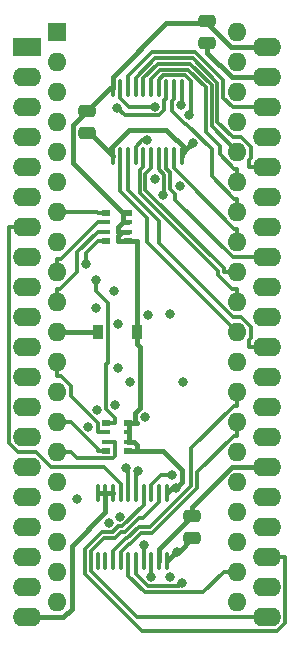
<source format=gtl>
G04 #@! TF.GenerationSoftware,KiCad,Pcbnew,(6.0.9)*
G04 #@! TF.CreationDate,2024-11-23T18:31:41+01:00*
G04 #@! TF.ProjectId,Sombrero_MSX_Goa'uld,536f6d62-7265-4726-9f5f-4d53585f476f,rev?*
G04 #@! TF.SameCoordinates,Original*
G04 #@! TF.FileFunction,Copper,L1,Top*
G04 #@! TF.FilePolarity,Positive*
%FSLAX46Y46*%
G04 Gerber Fmt 4.6, Leading zero omitted, Abs format (unit mm)*
G04 Created by KiCad (PCBNEW (6.0.9)) date 2024-11-23 18:31:41*
%MOMM*%
%LPD*%
G01*
G04 APERTURE LIST*
G04 Aperture macros list*
%AMRoundRect*
0 Rectangle with rounded corners*
0 $1 Rounding radius*
0 $2 $3 $4 $5 $6 $7 $8 $9 X,Y pos of 4 corners*
0 Add a 4 corners polygon primitive as box body*
4,1,4,$2,$3,$4,$5,$6,$7,$8,$9,$2,$3,0*
0 Add four circle primitives for the rounded corners*
1,1,$1+$1,$2,$3*
1,1,$1+$1,$4,$5*
1,1,$1+$1,$6,$7*
1,1,$1+$1,$8,$9*
0 Add four rect primitives between the rounded corners*
20,1,$1+$1,$2,$3,$4,$5,0*
20,1,$1+$1,$4,$5,$6,$7,0*
20,1,$1+$1,$6,$7,$8,$9,0*
20,1,$1+$1,$8,$9,$2,$3,0*%
G04 Aperture macros list end*
G04 #@! TA.AperFunction,SMDPad,CuDef*
%ADD10RoundRect,0.100000X0.100000X-0.637500X0.100000X0.637500X-0.100000X0.637500X-0.100000X-0.637500X0*%
G04 #@! TD*
G04 #@! TA.AperFunction,ComponentPad*
%ADD11R,2.400000X1.600000*%
G04 #@! TD*
G04 #@! TA.AperFunction,ComponentPad*
%ADD12O,2.400000X1.600000*%
G04 #@! TD*
G04 #@! TA.AperFunction,SMDPad,CuDef*
%ADD13RoundRect,0.100000X-0.100000X0.637500X-0.100000X-0.637500X0.100000X-0.637500X0.100000X0.637500X0*%
G04 #@! TD*
G04 #@! TA.AperFunction,SMDPad,CuDef*
%ADD14RoundRect,0.250000X-0.475000X0.250000X-0.475000X-0.250000X0.475000X-0.250000X0.475000X0.250000X0*%
G04 #@! TD*
G04 #@! TA.AperFunction,SMDPad,CuDef*
%ADD15R,0.800000X0.500000*%
G04 #@! TD*
G04 #@! TA.AperFunction,SMDPad,CuDef*
%ADD16R,0.800000X0.400000*%
G04 #@! TD*
G04 #@! TA.AperFunction,SMDPad,CuDef*
%ADD17R,0.900000X1.200000*%
G04 #@! TD*
G04 #@! TA.AperFunction,SMDPad,CuDef*
%ADD18RoundRect,0.250000X0.475000X-0.250000X0.475000X0.250000X-0.475000X0.250000X-0.475000X-0.250000X0*%
G04 #@! TD*
G04 #@! TA.AperFunction,ComponentPad*
%ADD19R,1.600000X1.600000*%
G04 #@! TD*
G04 #@! TA.AperFunction,ComponentPad*
%ADD20O,1.600000X1.600000*%
G04 #@! TD*
G04 #@! TA.AperFunction,ViaPad*
%ADD21C,0.800000*%
G04 #@! TD*
G04 #@! TA.AperFunction,Conductor*
%ADD22C,0.450000*%
G04 #@! TD*
G04 #@! TA.AperFunction,Conductor*
%ADD23C,0.400600*%
G04 #@! TD*
G04 #@! TA.AperFunction,Conductor*
%ADD24C,0.300000*%
G04 #@! TD*
G04 APERTURE END LIST*
D10*
X144395000Y-86682500D03*
X145045000Y-86682500D03*
X145695000Y-86682500D03*
X146345000Y-86682500D03*
X146995000Y-86682500D03*
X147645000Y-86682500D03*
X148295000Y-86682500D03*
X148945000Y-86682500D03*
X149595000Y-86682500D03*
X150245000Y-86682500D03*
X150245000Y-80957500D03*
X149595000Y-80957500D03*
X148945000Y-80957500D03*
X148295000Y-80957500D03*
X147645000Y-80957500D03*
X146995000Y-80957500D03*
X146345000Y-80957500D03*
X145695000Y-80957500D03*
X145045000Y-80957500D03*
X144395000Y-80957500D03*
D11*
X137160000Y-77470000D03*
D12*
X137160000Y-80010000D03*
X137160000Y-82550000D03*
X137160000Y-85090000D03*
X137160000Y-87630000D03*
X137160000Y-90170000D03*
X137160000Y-92710000D03*
X137160000Y-95250000D03*
X137160000Y-97790000D03*
X137160000Y-100330000D03*
X137160000Y-102870000D03*
X137160000Y-105410000D03*
X137160000Y-107950000D03*
X137160000Y-110490000D03*
X137160000Y-113030000D03*
X137160000Y-115570000D03*
X137160000Y-118110000D03*
X137160000Y-120650000D03*
X137160000Y-123190000D03*
X137160000Y-125730000D03*
X157480000Y-125730000D03*
X157480000Y-123190000D03*
X157480000Y-120650000D03*
X157480000Y-118110000D03*
X157480000Y-115570000D03*
X157480000Y-113030000D03*
X157480000Y-110490000D03*
X157480000Y-107950000D03*
X157480000Y-105410000D03*
X157480000Y-102870000D03*
X157480000Y-100330000D03*
X157480000Y-97790000D03*
X157480000Y-95250000D03*
X157480000Y-92710000D03*
X157480000Y-90170000D03*
X157480000Y-87630000D03*
X157480000Y-85090000D03*
X157480000Y-82550000D03*
X157480000Y-80010000D03*
X157480000Y-77470000D03*
D13*
X148975000Y-115247500D03*
X148325000Y-115247500D03*
X147675000Y-115247500D03*
X147025000Y-115247500D03*
X146375000Y-115247500D03*
X145725000Y-115247500D03*
X145075000Y-115247500D03*
X144425000Y-115247500D03*
X143775000Y-115247500D03*
X143125000Y-115247500D03*
X143125000Y-120972500D03*
X143775000Y-120972500D03*
X144425000Y-120972500D03*
X145075000Y-120972500D03*
X145725000Y-120972500D03*
X146375000Y-120972500D03*
X147025000Y-120972500D03*
X147675000Y-120972500D03*
X148325000Y-120972500D03*
X148975000Y-120972500D03*
D14*
X152400000Y-75250000D03*
X152400000Y-77150000D03*
D15*
X145680000Y-111690000D03*
D16*
X145680000Y-110890000D03*
X145680000Y-110090000D03*
D15*
X145680000Y-109290000D03*
X143880000Y-109290000D03*
D16*
X143880000Y-110090000D03*
X143880000Y-110890000D03*
D15*
X143880000Y-111690000D03*
D17*
X146430000Y-101600000D03*
X143130000Y-101600000D03*
D15*
X145680000Y-93910000D03*
D16*
X145680000Y-93110000D03*
X145680000Y-92310000D03*
D15*
X145680000Y-91510000D03*
X143880000Y-91510000D03*
D16*
X143880000Y-92310000D03*
X143880000Y-93110000D03*
D15*
X143880000Y-93910000D03*
D18*
X151130000Y-119060000D03*
X151130000Y-117160000D03*
D19*
X139710000Y-76200000D03*
D20*
X139710000Y-78740000D03*
X139710000Y-81280000D03*
X139710000Y-83820000D03*
X139710000Y-86360000D03*
X139710000Y-88900000D03*
X139710000Y-91440000D03*
X139710000Y-93980000D03*
X139710000Y-96520000D03*
X139710000Y-99060000D03*
X139710000Y-101600000D03*
X139710000Y-104140000D03*
X139710000Y-106680000D03*
X139710000Y-109220000D03*
X139710000Y-111760000D03*
X139710000Y-114300000D03*
X139710000Y-116840000D03*
X139710000Y-119380000D03*
X139710000Y-121920000D03*
X139710000Y-124460000D03*
X154950000Y-124460000D03*
X154950000Y-121920000D03*
X154950000Y-119380000D03*
X154950000Y-116840000D03*
X154950000Y-114300000D03*
X154950000Y-111760000D03*
X154950000Y-109220000D03*
X154950000Y-106680000D03*
X154950000Y-104140000D03*
X154950000Y-101600000D03*
X154950000Y-99060000D03*
X154950000Y-96520000D03*
X154950000Y-93980000D03*
X154950000Y-91440000D03*
X154950000Y-88900000D03*
X154950000Y-86360000D03*
X154950000Y-83820000D03*
X154950000Y-81280000D03*
X154950000Y-78740000D03*
X154950000Y-76200000D03*
D14*
X142240000Y-82870000D03*
X142240000Y-84770000D03*
D21*
X149217800Y-122340100D03*
X144857200Y-100928000D03*
X144858100Y-104670800D03*
X151173300Y-85553300D03*
X145866500Y-105801500D03*
X147279900Y-85326300D03*
X148696500Y-89984600D03*
X147675000Y-122353500D03*
X147060400Y-119629200D03*
X150243300Y-122881100D03*
X144986500Y-117223500D03*
X144099700Y-117788800D03*
X143032200Y-99530400D03*
X144479300Y-98095300D03*
X147395000Y-100128300D03*
X142990900Y-97197400D03*
X149223900Y-100086700D03*
X142162900Y-95845100D03*
X148025900Y-82498900D03*
X150078300Y-89244700D03*
X147960900Y-88630200D03*
X150192900Y-82342400D03*
X144777500Y-82616900D03*
X150885300Y-83191000D03*
X141352200Y-115735800D03*
X145571200Y-113071900D03*
X149787600Y-114779900D03*
X149861300Y-120207500D03*
X146583800Y-113344200D03*
X149465900Y-113728300D03*
X150390200Y-105809400D03*
X147158800Y-108768100D03*
X142336700Y-109625400D03*
X143070500Y-108154600D03*
X144595100Y-107780100D03*
D22*
X157480000Y-80010000D02*
X154477000Y-80010000D01*
X150590300Y-86136300D02*
X148937100Y-84483100D01*
X148300600Y-120727700D02*
X148300600Y-119989400D01*
X140935200Y-125030400D02*
X140235600Y-125730000D01*
D23*
X148300600Y-120948100D02*
X148325000Y-120972500D01*
D22*
X145761000Y-84483100D02*
X143978300Y-86265800D01*
X148300600Y-119989400D02*
X151130000Y-117160000D01*
X143125000Y-115247500D02*
X143775000Y-115247500D01*
X151130000Y-116380000D02*
X154480000Y-113030000D01*
X150245000Y-86481600D02*
X150245000Y-86682500D01*
X151130000Y-117160000D02*
X151130000Y-116380000D01*
X143978300Y-86265800D02*
X144395000Y-86682500D01*
X148937100Y-84483100D02*
X145761000Y-84483100D01*
X154477000Y-80010000D02*
X152400000Y-77933000D01*
X140935200Y-119710900D02*
X140935200Y-125030400D01*
X143775000Y-115247500D02*
X143775000Y-116871100D01*
X140235600Y-125730000D02*
X137160000Y-125730000D01*
X152400000Y-77933000D02*
X152400000Y-77150000D01*
X142482500Y-84770000D02*
X143978300Y-86265800D01*
X143775000Y-116871100D02*
X140935200Y-119710900D01*
X151173300Y-85553300D02*
X150590300Y-86136300D01*
X142240000Y-84770000D02*
X142482500Y-84770000D01*
X143775000Y-115247500D02*
X144425000Y-115247500D01*
X154480000Y-113030000D02*
X157480000Y-113030000D01*
X150590300Y-86136300D02*
X150245000Y-86481600D01*
D23*
X148300600Y-120727700D02*
X148300600Y-120948100D01*
D22*
X139710000Y-101600000D02*
X143130000Y-101600000D01*
D24*
X154553200Y-100330000D02*
X155306600Y-100330000D01*
X155929900Y-102300900D02*
X155929900Y-102870000D01*
X145695000Y-86682500D02*
X145695000Y-89608000D01*
X156119400Y-102111400D02*
X155929900Y-102300900D01*
X155306600Y-100330000D02*
X156119400Y-101142800D01*
X145695000Y-89608000D02*
X148317100Y-92230100D01*
X148317100Y-92230100D02*
X148317100Y-94093900D01*
X157480000Y-102870000D02*
X155929900Y-102870000D01*
X148317100Y-94093900D02*
X154553200Y-100330000D01*
X156119400Y-101142800D02*
X156119400Y-102111400D01*
X145045000Y-89665500D02*
X147316800Y-91937300D01*
X147316800Y-93966800D02*
X154950000Y-101600000D01*
X147316800Y-91937300D02*
X147316800Y-93966800D01*
X145045000Y-86682500D02*
X145045000Y-89665500D01*
X146345000Y-85909400D02*
X146345000Y-86682500D01*
X147279900Y-85326300D02*
X146928100Y-85326300D01*
X146928100Y-85326300D02*
X146345000Y-85909400D01*
X148295000Y-87815100D02*
X148755200Y-88275300D01*
X148755200Y-88275300D02*
X148755200Y-89925900D01*
X148295000Y-86682500D02*
X148295000Y-87815100D01*
X148755200Y-89925900D02*
X148696500Y-89984600D01*
X154563100Y-95250000D02*
X149698200Y-90385100D01*
X149255300Y-88068200D02*
X148945000Y-87757900D01*
X149255300Y-89482700D02*
X149255300Y-88068200D01*
X149698200Y-89925600D02*
X149255300Y-89482700D01*
X157480000Y-95250000D02*
X154563100Y-95250000D01*
X149698200Y-90385100D02*
X149698200Y-89925600D01*
X148945000Y-87757900D02*
X148945000Y-86682500D01*
X147675000Y-122353500D02*
X147675000Y-120972500D01*
X147025000Y-119664600D02*
X147060400Y-119629200D01*
X147025000Y-120972500D02*
X147025000Y-119664600D01*
X149990400Y-123134000D02*
X147393700Y-123134000D01*
X147393700Y-123134000D02*
X146375000Y-122115300D01*
X146375000Y-122115300D02*
X146375000Y-120972500D01*
X150243300Y-122881100D02*
X149990400Y-123134000D01*
X154950000Y-121920000D02*
X153799900Y-121920000D01*
X153799900Y-121920000D02*
X152085000Y-123634900D01*
X152085000Y-123634900D02*
X147150800Y-123634900D01*
X145725000Y-122209100D02*
X145725000Y-120972500D01*
X147150800Y-123634900D02*
X145725000Y-122209100D01*
X143880000Y-111690000D02*
X143129900Y-111690000D01*
X143129900Y-111489800D02*
X143129900Y-111690000D01*
X140860100Y-109220000D02*
X143129900Y-111489800D01*
X139710000Y-109220000D02*
X140860100Y-109220000D01*
X141390300Y-112290200D02*
X144431300Y-112290200D01*
X140860100Y-111760000D02*
X141390300Y-112290200D01*
X144431300Y-112290200D02*
X144630100Y-112091400D01*
X143880000Y-110890000D02*
X144630100Y-110890000D01*
X139710000Y-111760000D02*
X140860100Y-111760000D01*
X144630100Y-112091400D02*
X144630100Y-110890000D01*
X139710000Y-104140000D02*
X139710000Y-105290100D01*
X140860100Y-107007200D02*
X143129900Y-109277000D01*
X143129900Y-109277000D02*
X143129900Y-110090000D01*
X139997600Y-105290100D02*
X140860100Y-106152600D01*
X140860100Y-106152600D02*
X140860100Y-107007200D01*
X143880000Y-110090000D02*
X143129900Y-110090000D01*
X139710000Y-105290100D02*
X139997600Y-105290100D01*
X143845000Y-108091100D02*
X143845000Y-104316200D01*
X143880000Y-109290000D02*
X144630100Y-109290000D01*
X143972000Y-99096100D02*
X142990900Y-98115000D01*
X143972000Y-104189200D02*
X143972000Y-99096100D01*
X144630100Y-108876200D02*
X143845000Y-108091100D01*
X143845000Y-104316200D02*
X143972000Y-104189200D01*
X142990900Y-98115000D02*
X142990900Y-97197400D01*
X144630100Y-109290000D02*
X144630100Y-108876200D01*
X143059900Y-91440000D02*
X143129900Y-91510000D01*
X139710000Y-91440000D02*
X143059900Y-91440000D01*
X143880000Y-91510000D02*
X143129900Y-91510000D01*
X139710000Y-95369900D02*
X140070000Y-95369900D01*
X143880000Y-92310000D02*
X143129900Y-92310000D01*
X140070000Y-95369900D02*
X143129900Y-92310000D01*
X139710000Y-96520000D02*
X139710000Y-95369900D01*
X141408900Y-94831000D02*
X143129900Y-93110000D01*
X139710000Y-97909900D02*
X139968000Y-97909900D01*
X143880000Y-93110000D02*
X143129900Y-93110000D01*
X139710000Y-99060000D02*
X139710000Y-97909900D01*
X139968000Y-97909900D02*
X141408900Y-96469000D01*
X141408900Y-96469000D02*
X141408900Y-94831000D01*
X142162900Y-95845100D02*
X142162900Y-94877000D01*
X142162900Y-94877000D02*
X143129900Y-93910000D01*
X143880000Y-93910000D02*
X143129900Y-93910000D01*
X154950000Y-99060000D02*
X154950000Y-97909900D01*
X146995000Y-87589000D02*
X146682400Y-87901600D01*
X146682400Y-89793200D02*
X153299800Y-96410600D01*
X153299800Y-96727100D02*
X154482600Y-97909900D01*
X153299800Y-96410600D02*
X153299800Y-96727100D01*
X146995000Y-86682500D02*
X146995000Y-87589000D01*
X154482600Y-97909900D02*
X154950000Y-97909900D01*
X146682400Y-87901600D02*
X146682400Y-89793200D01*
X153799900Y-96203500D02*
X147182500Y-89586100D01*
X147182500Y-89586100D02*
X147182500Y-88187100D01*
X147645000Y-87724600D02*
X147645000Y-86682500D01*
X154950000Y-96520000D02*
X153799900Y-96520000D01*
X147182500Y-88187100D02*
X147645000Y-87724600D01*
X153799900Y-96520000D02*
X153799900Y-96203500D01*
X154950000Y-92829900D02*
X154708400Y-92829900D01*
X154950000Y-93980000D02*
X154950000Y-92829900D01*
X149595000Y-87700700D02*
X149595000Y-86682500D01*
X154708400Y-92829900D02*
X150828400Y-88949900D01*
X150828400Y-88934100D02*
X149595000Y-87700700D01*
X150828400Y-88949900D02*
X150828400Y-88934100D01*
X152790200Y-88417700D02*
X154662400Y-90289900D01*
X149595000Y-81879600D02*
X149440700Y-82033900D01*
X149440700Y-82852300D02*
X150529500Y-83941100D01*
X152790200Y-86090600D02*
X152790200Y-88417700D01*
X150529500Y-83941100D02*
X150640700Y-83941100D01*
X154662400Y-90289900D02*
X154950000Y-90289900D01*
X149440700Y-82033900D02*
X149440700Y-82852300D01*
X150640700Y-83941100D02*
X152790200Y-86090600D01*
X149595000Y-80957500D02*
X149595000Y-81879600D01*
X154950000Y-91440000D02*
X154950000Y-90289900D01*
X154699700Y-87749900D02*
X153467200Y-86517400D01*
X153467200Y-85822400D02*
X152280500Y-84635700D01*
X152280500Y-80884900D02*
X150765000Y-79369400D01*
X153467200Y-86517400D02*
X153467200Y-85822400D01*
X148437200Y-79369400D02*
X147645000Y-80161600D01*
X154950000Y-88900000D02*
X154950000Y-87749900D01*
X147645000Y-80161600D02*
X147645000Y-80957500D01*
X154950000Y-87749900D02*
X154699700Y-87749900D01*
X150765000Y-79369400D02*
X148437200Y-79369400D01*
X152280500Y-84635700D02*
X152280500Y-80884900D01*
X150972100Y-78869300D02*
X148230200Y-78869300D01*
X152780600Y-84190600D02*
X152780600Y-80677800D01*
X154950000Y-86360000D02*
X152780600Y-84190600D01*
X146995000Y-80104500D02*
X146995000Y-80957500D01*
X152780600Y-80677800D02*
X150972100Y-78869300D01*
X148230200Y-78869300D02*
X146995000Y-80104500D01*
X145045000Y-81743000D02*
X145800900Y-82498900D01*
X145045000Y-80957500D02*
X145045000Y-81743000D01*
X145800900Y-82498900D02*
X148025900Y-82498900D01*
X147746000Y-118620500D02*
X146781900Y-118620500D01*
X154950000Y-109220000D02*
X154950000Y-110370100D01*
X151556200Y-113476300D02*
X151556200Y-114810300D01*
X151556200Y-114810300D02*
X147746000Y-118620500D01*
X146781900Y-118620500D02*
X145847600Y-119554800D01*
X145847600Y-119554800D02*
X145759700Y-119554800D01*
X145075000Y-120239500D02*
X145075000Y-120972500D01*
X154662400Y-110370100D02*
X151556200Y-113476300D01*
X154950000Y-110370100D02*
X154662400Y-110370100D01*
X145759700Y-119554800D02*
X145075000Y-120239500D01*
X145640500Y-119054700D02*
X145542700Y-119054700D01*
X154662500Y-107830100D02*
X151056100Y-111436500D01*
X144425000Y-120172400D02*
X144425000Y-120972500D01*
X147585400Y-118073700D02*
X146621500Y-118073700D01*
X151056100Y-114603000D02*
X147585400Y-118073700D01*
X145542700Y-119054700D02*
X144425000Y-120172400D01*
X146621500Y-118073700D02*
X145640500Y-119054700D01*
X151056100Y-111436500D02*
X151056100Y-114603000D01*
X154950000Y-107830100D02*
X154662500Y-107830100D01*
X154950000Y-106680000D02*
X154950000Y-107830100D01*
X150245000Y-82290300D02*
X150245000Y-80957500D01*
X150192900Y-82342400D02*
X150245000Y-82290300D01*
X148945000Y-80957500D02*
X148945000Y-81822400D01*
X148341500Y-83249000D02*
X145409600Y-83249000D01*
X148786400Y-82804100D02*
X148341500Y-83249000D01*
X148945000Y-81822400D02*
X148786400Y-81981000D01*
X145409600Y-83249000D02*
X144777500Y-82616900D01*
X148786400Y-81981000D02*
X148786400Y-82804100D01*
X148644400Y-79869500D02*
X148295000Y-80218900D01*
X150885300Y-83191000D02*
X150997200Y-83079100D01*
X150997200Y-83079100D02*
X150997200Y-80308800D01*
X148295000Y-80218900D02*
X148295000Y-80957500D01*
X150997200Y-80308800D02*
X150557900Y-79869500D01*
X150557900Y-79869500D02*
X148644400Y-79869500D01*
X148023100Y-78369200D02*
X146345000Y-80047300D01*
X156119400Y-86871400D02*
X156119400Y-85902800D01*
X155929900Y-87060900D02*
X156119400Y-86871400D01*
X156119400Y-85902800D02*
X155306600Y-85090000D01*
X155306600Y-85090000D02*
X154579700Y-85090000D01*
X153280700Y-80470700D02*
X151179200Y-78369200D01*
X151179200Y-78369200D02*
X148023100Y-78369200D01*
X157480000Y-87630000D02*
X155929900Y-87630000D01*
X153280700Y-83791000D02*
X153280700Y-80470700D01*
X155929900Y-87630000D02*
X155929900Y-87060900D01*
X154579700Y-85090000D02*
X153280700Y-83791000D01*
X146345000Y-80047300D02*
X146345000Y-80957500D01*
X153780800Y-81776300D02*
X153780800Y-80263600D01*
X157480000Y-82550000D02*
X154554500Y-82550000D01*
X147740900Y-77869100D02*
X145695000Y-79915000D01*
X145695000Y-79915000D02*
X145695000Y-80957500D01*
X151386300Y-77869100D02*
X147740900Y-77869100D01*
X153780800Y-80263600D02*
X151386300Y-77869100D01*
X154554500Y-82550000D02*
X153780800Y-81776300D01*
X137160000Y-92710000D02*
X135609900Y-92710000D01*
X145075000Y-115247500D02*
X145075000Y-114431400D01*
X139186600Y-113030000D02*
X137916600Y-111760000D01*
X136402700Y-111760000D02*
X135609900Y-110967200D01*
X145075000Y-114431400D02*
X143673600Y-113030000D01*
X137916600Y-111760000D02*
X136402700Y-111760000D01*
X143673600Y-113030000D02*
X139186600Y-113030000D01*
X135609900Y-110967200D02*
X135609900Y-92710000D01*
X145725000Y-113225700D02*
X145571200Y-113071900D01*
X145725000Y-115247500D02*
X145725000Y-113225700D01*
D22*
X141037800Y-87277100D02*
X145270700Y-91510000D01*
X142240000Y-82870000D02*
X141037800Y-84072200D01*
X152400000Y-75448500D02*
X152400000Y-75250000D01*
X144152500Y-80957500D02*
X142240000Y-82870000D01*
X145680000Y-110890000D02*
X145686500Y-110890000D01*
X154421500Y-77470000D02*
X152400000Y-75448500D01*
X149740000Y-120207500D02*
X149861300Y-120207500D01*
X149442600Y-114779900D02*
X148975000Y-115247500D01*
X146430000Y-101600000D02*
X146430000Y-100574900D01*
X141037800Y-84072200D02*
X141037800Y-87277100D01*
X145783200Y-109290000D02*
X146505100Y-109290000D01*
X149982500Y-120207500D02*
X151130000Y-119060000D01*
X145783200Y-110890000D02*
X145783200Y-110090000D01*
X145680000Y-93910000D02*
X146505100Y-93910000D01*
X146430000Y-102625100D02*
X146700700Y-102895800D01*
X146505100Y-100499800D02*
X146505100Y-93910000D01*
X148957900Y-75448500D02*
X144395000Y-80011400D01*
X145686500Y-110890000D02*
X145783200Y-110890000D01*
X157480000Y-77470000D02*
X154421500Y-77470000D01*
X146505100Y-111194000D02*
X146505100Y-111690000D01*
X144395000Y-80957500D02*
X144152500Y-80957500D01*
X145280100Y-92310000D02*
X145270700Y-92310000D01*
X145186100Y-93110000D02*
X144854900Y-93110000D01*
X145680000Y-109290000D02*
X145783200Y-109290000D01*
X150292100Y-114275400D02*
X149787600Y-114779900D01*
X144395000Y-80011400D02*
X144395000Y-80957500D01*
X149861300Y-120207500D02*
X149982500Y-120207500D01*
X152400000Y-75448500D02*
X148957900Y-75448500D01*
X146333700Y-109109800D02*
X146505100Y-109281200D01*
X146430000Y-100574900D02*
X146505100Y-100499800D01*
X148668200Y-111690000D02*
X150292100Y-113313900D01*
X146505100Y-109281200D02*
X146505100Y-109290000D01*
X146333700Y-108426400D02*
X146333700Y-109109800D01*
X146505100Y-111690000D02*
X148668200Y-111690000D01*
X145270700Y-92310000D02*
X144854900Y-92725800D01*
X150292100Y-113313900D02*
X150292100Y-114275400D01*
X145783200Y-110090000D02*
X145783200Y-109290000D01*
X145186100Y-93110000D02*
X144854900Y-93441200D01*
X146430000Y-101637800D02*
X146430000Y-102625100D01*
X145680000Y-111690000D02*
X146505100Y-111690000D01*
X145680000Y-93110000D02*
X145267500Y-93110000D01*
X146201100Y-110890000D02*
X146505100Y-111194000D01*
X144854900Y-93441200D02*
X144854900Y-93910000D01*
X144854900Y-92725800D02*
X144854900Y-93110000D01*
X148975000Y-120972500D02*
X149740000Y-120207500D01*
X145270700Y-92310000D02*
X145270700Y-91510000D01*
X146700700Y-102895800D02*
X146700700Y-108059400D01*
X146700700Y-108059400D02*
X146333700Y-108426400D01*
X145680000Y-93910000D02*
X144854900Y-93910000D01*
X145680000Y-110090000D02*
X145783200Y-110090000D01*
X149787600Y-114779900D02*
X149442600Y-114779900D01*
X146430000Y-101637800D02*
X146430000Y-101600000D01*
X145680000Y-91510000D02*
X145270700Y-91510000D01*
X145267500Y-93110000D02*
X145186100Y-93110000D01*
X145783200Y-110890000D02*
X146201100Y-110890000D01*
X145680000Y-92310000D02*
X145280100Y-92310000D01*
D24*
X146375000Y-115247500D02*
X146375000Y-113553000D01*
X146375000Y-113553000D02*
X146583800Y-113344200D01*
X142060000Y-119950400D02*
X143471500Y-118538900D01*
X145226300Y-118054500D02*
X147025000Y-116255800D01*
X143471500Y-118538900D02*
X144410300Y-118538900D01*
X144894700Y-118054500D02*
X145226300Y-118054500D01*
X146906500Y-126887300D02*
X142060000Y-122040800D01*
X144410300Y-118538900D02*
X144894700Y-118054500D01*
X158359000Y-126887300D02*
X146906500Y-126887300D01*
X159030100Y-120650000D02*
X159030100Y-126216200D01*
X159030100Y-126216200D02*
X158359000Y-126887300D01*
X157480000Y-120650000D02*
X159030100Y-120650000D01*
X147025000Y-116255800D02*
X147025000Y-115247500D01*
X142060000Y-122040800D02*
X142060000Y-119950400D01*
X147675000Y-114514100D02*
X148460800Y-113728300D01*
X148460800Y-113728300D02*
X149465900Y-113728300D01*
X147675000Y-115247500D02*
X147675000Y-114514100D01*
X146456400Y-125730000D02*
X142566300Y-121839900D01*
X145101900Y-118554600D02*
X145433300Y-118554600D01*
X143678600Y-119039000D02*
X144617500Y-119039000D01*
X146617600Y-117370300D02*
X146946700Y-117370300D01*
X145433300Y-118554600D02*
X146617600Y-117370300D01*
X144617500Y-119039000D02*
X145101900Y-118554600D01*
X146946700Y-117370300D02*
X148325000Y-115992000D01*
X142566300Y-120151300D02*
X143678600Y-119039000D01*
X157480000Y-125730000D02*
X146456400Y-125730000D01*
X148325000Y-115992000D02*
X148325000Y-115247500D01*
X142566300Y-121839900D02*
X142566300Y-120151300D01*
M02*

</source>
